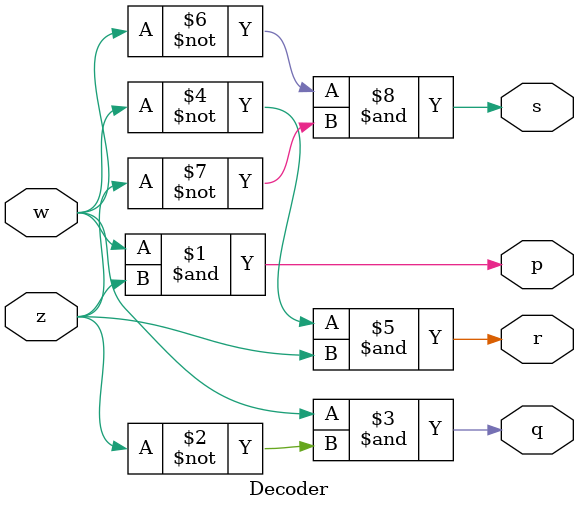
<source format=v>
`timescale 1ns / 1ps
module Decoder(
    input w,
    input z,
    output p,
    output q,
    output r,
    output s
    );

	assign p = w & z;
	assign q = w & ~z;
	assign r = ~w & z;
	assign s = ~w & ~z;

endmodule

</source>
